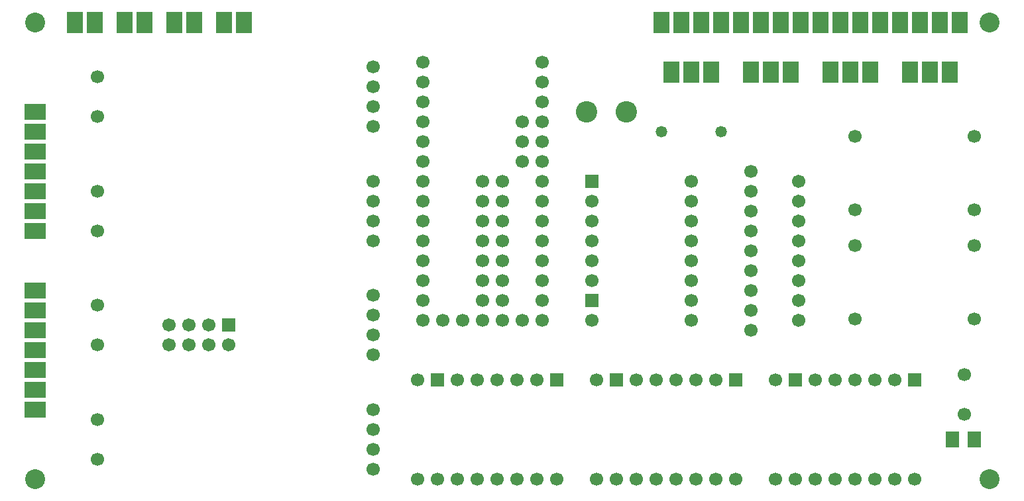
<source format=gbr>
G04 DipTrace 3.3.1.3*
G04 TopMask.gbr*
%MOIN*%
G04 #@! TF.FileFunction,Soldermask,Top*
G04 #@! TF.Part,Single*
%ADD31C,0.1*%
%ADD41C,0.10788*%
%ADD43C,0.06698*%
%ADD45R,0.06698X0.06698*%
%ADD47C,0.05788*%
%ADD49C,0.05788*%
%ADD51C,0.06688*%
%ADD53C,0.06698*%
%ADD55R,0.070872X0.078746*%
%ADD57R,0.10788X0.08288*%
%ADD61R,0.08288X0.10788*%
%ADD63C,0.066935*%
%ADD65R,0.066935X0.066935*%
%ADD69C,0.066935*%
%FSLAX26Y26*%
G04*
G70*
G90*
G75*
G01*
G04 TopMask*
%LPD*%
D69*
X2443700Y2593700D3*
Y2493700D3*
Y2393700D3*
Y2293700D3*
Y2193700D3*
Y2093700D3*
Y1993700D3*
Y1893700D3*
Y1793700D3*
Y1693700D3*
Y1593700D3*
Y1493700D3*
Y1393700D3*
Y1293700D3*
X3043700D3*
Y1393700D3*
Y1493700D3*
Y1593700D3*
Y1693700D3*
Y1793700D3*
Y1893700D3*
Y1993700D3*
Y2093700D3*
Y2193700D3*
Y2293700D3*
Y2393700D3*
Y2493700D3*
Y2593700D3*
X2743700Y1993700D3*
Y1893700D3*
Y1793700D3*
Y1693700D3*
Y1593700D3*
Y1493700D3*
Y1393700D3*
X2843700D3*
Y1493700D3*
Y1593700D3*
Y1693700D3*
Y1793700D3*
Y1893700D3*
Y1993700D3*
X2543700Y1293700D3*
X2643700D3*
X2743700D3*
X2843700D3*
X2943700D3*
Y2093700D3*
Y2193700D3*
Y2293700D3*
D65*
X3118700Y993700D3*
D63*
X3018700D3*
X2918700D3*
X2818700D3*
X2718700D3*
X2618700D3*
D65*
X2518700D3*
D63*
X2418700D3*
Y493700D3*
X2518700D3*
X2618700D3*
X2718700D3*
X2818700D3*
X2918700D3*
X3018700D3*
X3118700D3*
D65*
X3293700Y1993700D3*
D63*
Y1893700D3*
Y1793700D3*
Y1693700D3*
Y1593700D3*
Y1493700D3*
D65*
Y1393700D3*
D63*
Y1293700D3*
X3793700D3*
Y1393700D3*
Y1493700D3*
Y1593700D3*
Y1693700D3*
Y1793700D3*
Y1893700D3*
Y1993700D3*
D65*
X4918700Y993700D3*
D63*
X4818700D3*
X4718700D3*
X4618700D3*
X4518700D3*
X4418700D3*
D65*
X4318700D3*
D63*
X4218700D3*
Y493700D3*
X4318700D3*
X4418700D3*
X4518700D3*
X4618700D3*
X4718700D3*
X4818700D3*
X4918700D3*
D65*
X4018700Y993700D3*
D63*
X3918700D3*
X3818700D3*
X3718700D3*
X3618700D3*
X3518700D3*
D65*
X3418700D3*
D63*
X3318700D3*
Y493700D3*
X3418700D3*
X3518700D3*
X3618700D3*
X3718700D3*
X3818700D3*
X3918700D3*
X4018700D3*
D61*
X4843700Y2793700D3*
X4943700D3*
X5043700D3*
X5143700D3*
X4443700D3*
X4543700D3*
X4643700D3*
X4743700D3*
X4043700D3*
X4143700D3*
X4243700D3*
X4343700D3*
X3643700D3*
X3743700D3*
X3843700D3*
X3943700D3*
X4893700Y2543700D3*
X4993700D3*
X5093700D3*
X4493700D3*
X4593700D3*
X4693700D3*
X4093700D3*
X4193700D3*
X4293700D3*
X3693700D3*
X3793700D3*
X3893700D3*
X693700Y2793700D3*
X793700D3*
X943700D3*
X1043700D3*
X1193700D3*
X1293700D3*
X1443700D3*
X1543700D3*
D57*
X493700Y2343700D3*
Y2243700D3*
Y2143700D3*
Y2043700D3*
Y1943700D3*
Y1843700D3*
Y1743700D3*
D63*
X4618700Y1668700D3*
Y1298700D3*
X5218700Y1668700D3*
Y1298700D3*
X4618700Y2218700D3*
Y1848700D3*
X5218700Y2218700D3*
Y1848700D3*
D53*
X4332700Y1993700D3*
Y1893700D3*
Y1793700D3*
Y1693700D3*
Y1593700D3*
Y1493700D3*
Y1393700D3*
Y1293700D3*
D51*
X4093700Y2043700D3*
Y1943700D3*
Y1843700D3*
Y1743700D3*
Y1643700D3*
Y1543700D3*
Y1443700D3*
Y1343700D3*
Y1243700D3*
D49*
X3643700Y2243700D3*
D47*
X3943700D3*
D69*
X2193700Y2568700D3*
Y2468700D3*
Y2368700D3*
Y2268700D3*
X806200Y2518700D3*
Y2318700D3*
X2193700Y1993700D3*
Y1893700D3*
Y1793700D3*
Y1693700D3*
X806200Y1943700D3*
Y1743700D3*
X2193700Y1418700D3*
Y1318700D3*
Y1218700D3*
Y1118700D3*
X806200Y1368700D3*
Y1168700D3*
X2193700Y843700D3*
Y743700D3*
Y643700D3*
Y543700D3*
X806200Y793700D3*
Y593700D3*
D57*
X493700Y1443700D3*
Y1343700D3*
Y1243700D3*
Y1143700D3*
Y1043700D3*
Y943700D3*
Y843700D3*
D45*
X1468700Y1268700D3*
D43*
X1368700D3*
X1268700D3*
X1168700D3*
X1468700Y1168700D3*
X1368700D3*
X1268700D3*
X1168700D3*
D41*
X3268700Y2343700D3*
X3468700D3*
D63*
X5168700Y818700D3*
Y1018700D3*
D55*
X5108464Y693700D3*
X5218700D3*
D31*
X5293700Y2793700D3*
Y493700D3*
X493700Y2793700D3*
Y493700D3*
M02*

</source>
